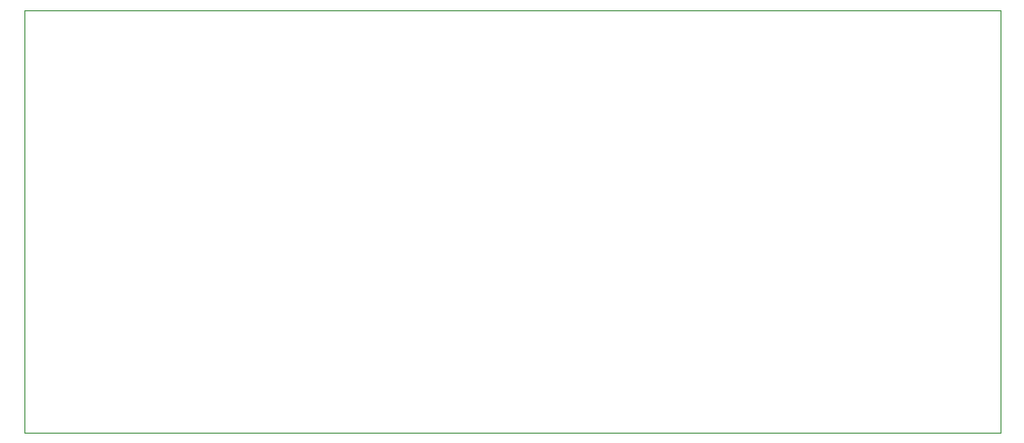
<source format=gbo>
G75*
%MOIN*%
%OFA0B0*%
%FSLAX25Y25*%
%IPPOS*%
%LPD*%
%AMOC8*
5,1,8,0,0,1.08239X$1,22.5*
%
%ADD10C,0.00000*%
D10*
X0001000Y0003500D02*
X0001000Y0153461D01*
X0347201Y0153461D01*
X0347201Y0003500D01*
X0001000Y0003500D01*
M02*

</source>
